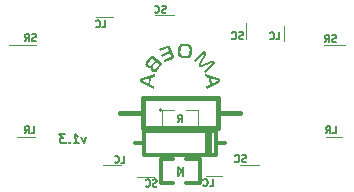
<source format=gbo>
G04 (created by PCBNEW (2013-may-18)-stable) date Sun 22 Nov 2015 10:31:23 PM EST*
%MOIN*%
G04 Gerber Fmt 3.4, Leading zero omitted, Abs format*
%FSLAX34Y34*%
G01*
G70*
G90*
G04 APERTURE LIST*
%ADD10C,0.00590551*%
%ADD11C,0.00393701*%
%ADD12C,0.015*%
%ADD13C,0.012*%
%ADD14C,0.011811*%
%ADD15C,0.00787402*%
%ADD16C,0.0039*%
%ADD17C,0.0001*%
G04 APERTURE END LIST*
G54D10*
G54D11*
X92300Y-42250D02*
X93200Y-42250D01*
X102800Y-42250D02*
X103500Y-42250D01*
X101450Y-42100D02*
X101450Y-41600D01*
G54D10*
X101201Y-42060D02*
X101313Y-42060D01*
X101313Y-41824D01*
X100987Y-42038D02*
X100998Y-42049D01*
X101032Y-42060D01*
X101055Y-42060D01*
X101088Y-42049D01*
X101111Y-42026D01*
X101122Y-42004D01*
X101133Y-41959D01*
X101133Y-41925D01*
X101122Y-41880D01*
X101111Y-41858D01*
X101088Y-41835D01*
X101055Y-41824D01*
X101032Y-41824D01*
X100998Y-41835D01*
X100987Y-41846D01*
G54D11*
X95185Y-41305D02*
X95765Y-41305D01*
X100200Y-42050D02*
X100200Y-41500D01*
G54D10*
X100105Y-42034D02*
X100071Y-42045D01*
X100015Y-42045D01*
X99992Y-42034D01*
X99981Y-42023D01*
X99970Y-42000D01*
X99970Y-41978D01*
X99981Y-41955D01*
X99992Y-41944D01*
X100015Y-41933D01*
X100060Y-41921D01*
X100082Y-41910D01*
X100093Y-41899D01*
X100105Y-41876D01*
X100105Y-41854D01*
X100093Y-41831D01*
X100082Y-41820D01*
X100060Y-41809D01*
X100003Y-41809D01*
X99970Y-41820D01*
X99733Y-42023D02*
X99745Y-42034D01*
X99778Y-42045D01*
X99801Y-42045D01*
X99835Y-42034D01*
X99857Y-42011D01*
X99868Y-41989D01*
X99880Y-41944D01*
X99880Y-41910D01*
X99868Y-41865D01*
X99857Y-41843D01*
X99835Y-41820D01*
X99801Y-41809D01*
X99778Y-41809D01*
X99745Y-41820D01*
X99733Y-41831D01*
G54D11*
X92550Y-45300D02*
X93150Y-45300D01*
G54D10*
X97933Y-44820D02*
X98012Y-44708D01*
X98068Y-44820D02*
X98068Y-44584D01*
X97978Y-44584D01*
X97956Y-44595D01*
X97945Y-44606D01*
X97933Y-44629D01*
X97933Y-44663D01*
X97945Y-44685D01*
X97956Y-44696D01*
X97978Y-44708D01*
X98068Y-44708D01*
G54D11*
X103400Y-45300D02*
X102850Y-45300D01*
X97135Y-46640D02*
X96560Y-46640D01*
X98870Y-46625D02*
X99395Y-46625D01*
G54D10*
X94864Y-45317D02*
X94815Y-45527D01*
X94714Y-45317D01*
X94455Y-45527D02*
X94635Y-45527D01*
X94545Y-45527D02*
X94506Y-45212D01*
X94542Y-45257D01*
X94575Y-45287D01*
X94607Y-45302D01*
X94317Y-45497D02*
X94304Y-45512D01*
X94320Y-45527D01*
X94334Y-45512D01*
X94317Y-45497D01*
X94320Y-45527D01*
X94161Y-45212D02*
X93966Y-45212D01*
X94086Y-45332D01*
X94041Y-45332D01*
X94013Y-45347D01*
X94000Y-45362D01*
X93989Y-45392D01*
X93998Y-45467D01*
X94017Y-45497D01*
X94034Y-45512D01*
X94065Y-45527D01*
X94155Y-45527D01*
X94184Y-45512D01*
X94197Y-45497D01*
G54D11*
X97803Y-41255D02*
X97153Y-41255D01*
X100625Y-46250D02*
X100000Y-46250D01*
X95425Y-46250D02*
X96025Y-46250D01*
G54D10*
X93200Y-42109D02*
X93166Y-42120D01*
X93110Y-42120D01*
X93087Y-42109D01*
X93076Y-42098D01*
X93065Y-42075D01*
X93065Y-42053D01*
X93076Y-42030D01*
X93087Y-42019D01*
X93110Y-42008D01*
X93155Y-41996D01*
X93177Y-41985D01*
X93188Y-41974D01*
X93200Y-41951D01*
X93200Y-41929D01*
X93188Y-41906D01*
X93177Y-41895D01*
X93155Y-41884D01*
X93098Y-41884D01*
X93065Y-41895D01*
X92828Y-42120D02*
X92907Y-42008D01*
X92963Y-42120D02*
X92963Y-41884D01*
X92873Y-41884D01*
X92851Y-41895D01*
X92840Y-41906D01*
X92828Y-41929D01*
X92828Y-41963D01*
X92840Y-41985D01*
X92851Y-41996D01*
X92873Y-42008D01*
X92963Y-42008D01*
X97530Y-41159D02*
X97496Y-41170D01*
X97440Y-41170D01*
X97417Y-41159D01*
X97406Y-41148D01*
X97395Y-41125D01*
X97395Y-41103D01*
X97406Y-41080D01*
X97417Y-41069D01*
X97440Y-41058D01*
X97485Y-41046D01*
X97507Y-41035D01*
X97518Y-41024D01*
X97530Y-41001D01*
X97530Y-40979D01*
X97518Y-40956D01*
X97507Y-40945D01*
X97485Y-40934D01*
X97428Y-40934D01*
X97395Y-40945D01*
X97158Y-41148D02*
X97170Y-41159D01*
X97203Y-41170D01*
X97226Y-41170D01*
X97260Y-41159D01*
X97282Y-41136D01*
X97293Y-41114D01*
X97305Y-41069D01*
X97305Y-41035D01*
X97293Y-40990D01*
X97282Y-40968D01*
X97260Y-40945D01*
X97226Y-40934D01*
X97203Y-40934D01*
X97170Y-40945D01*
X97158Y-40956D01*
X100205Y-46134D02*
X100171Y-46145D01*
X100115Y-46145D01*
X100092Y-46134D01*
X100081Y-46123D01*
X100070Y-46100D01*
X100070Y-46078D01*
X100081Y-46055D01*
X100092Y-46044D01*
X100115Y-46033D01*
X100160Y-46021D01*
X100182Y-46010D01*
X100193Y-45999D01*
X100205Y-45976D01*
X100205Y-45954D01*
X100193Y-45931D01*
X100182Y-45920D01*
X100160Y-45909D01*
X100103Y-45909D01*
X100070Y-45920D01*
X99833Y-46123D02*
X99845Y-46134D01*
X99878Y-46145D01*
X99901Y-46145D01*
X99935Y-46134D01*
X99957Y-46111D01*
X99968Y-46089D01*
X99980Y-46044D01*
X99980Y-46010D01*
X99968Y-45965D01*
X99957Y-45943D01*
X99935Y-45920D01*
X99901Y-45909D01*
X99878Y-45909D01*
X99845Y-45920D01*
X99833Y-45931D01*
X98991Y-46945D02*
X99103Y-46945D01*
X99103Y-46709D01*
X98777Y-46923D02*
X98788Y-46934D01*
X98822Y-46945D01*
X98845Y-46945D01*
X98878Y-46934D01*
X98901Y-46911D01*
X98912Y-46889D01*
X98923Y-46844D01*
X98923Y-46810D01*
X98912Y-46765D01*
X98901Y-46743D01*
X98878Y-46720D01*
X98845Y-46709D01*
X98822Y-46709D01*
X98788Y-46720D01*
X98777Y-46731D01*
X96031Y-46170D02*
X96143Y-46170D01*
X96143Y-45934D01*
X95817Y-46148D02*
X95828Y-46159D01*
X95862Y-46170D01*
X95885Y-46170D01*
X95918Y-46159D01*
X95941Y-46136D01*
X95952Y-46114D01*
X95963Y-46069D01*
X95963Y-46035D01*
X95952Y-45990D01*
X95941Y-45968D01*
X95918Y-45945D01*
X95885Y-45934D01*
X95862Y-45934D01*
X95828Y-45945D01*
X95817Y-45956D01*
X103081Y-45195D02*
X103193Y-45195D01*
X103193Y-44959D01*
X102867Y-45195D02*
X102946Y-45083D01*
X103002Y-45195D02*
X103002Y-44959D01*
X102912Y-44959D01*
X102890Y-44970D01*
X102878Y-44981D01*
X102867Y-45004D01*
X102867Y-45038D01*
X102878Y-45060D01*
X102890Y-45071D01*
X102912Y-45083D01*
X103002Y-45083D01*
X103205Y-42134D02*
X103171Y-42145D01*
X103115Y-42145D01*
X103092Y-42134D01*
X103081Y-42123D01*
X103070Y-42100D01*
X103070Y-42078D01*
X103081Y-42055D01*
X103092Y-42044D01*
X103115Y-42033D01*
X103160Y-42021D01*
X103182Y-42010D01*
X103193Y-41999D01*
X103205Y-41976D01*
X103205Y-41954D01*
X103193Y-41931D01*
X103182Y-41920D01*
X103160Y-41909D01*
X103103Y-41909D01*
X103070Y-41920D01*
X102833Y-42145D02*
X102912Y-42033D01*
X102968Y-42145D02*
X102968Y-41909D01*
X102878Y-41909D01*
X102856Y-41920D01*
X102845Y-41931D01*
X102833Y-41954D01*
X102833Y-41988D01*
X102845Y-42010D01*
X102856Y-42021D01*
X102878Y-42033D01*
X102968Y-42033D01*
X97225Y-46954D02*
X97191Y-46965D01*
X97135Y-46965D01*
X97112Y-46954D01*
X97101Y-46943D01*
X97090Y-46920D01*
X97090Y-46898D01*
X97101Y-46875D01*
X97112Y-46864D01*
X97135Y-46853D01*
X97180Y-46841D01*
X97202Y-46830D01*
X97213Y-46819D01*
X97225Y-46796D01*
X97225Y-46774D01*
X97213Y-46751D01*
X97202Y-46740D01*
X97180Y-46729D01*
X97123Y-46729D01*
X97090Y-46740D01*
X96853Y-46943D02*
X96865Y-46954D01*
X96898Y-46965D01*
X96921Y-46965D01*
X96955Y-46954D01*
X96977Y-46931D01*
X96988Y-46909D01*
X97000Y-46864D01*
X97000Y-46830D01*
X96988Y-46785D01*
X96977Y-46763D01*
X96955Y-46740D01*
X96921Y-46729D01*
X96898Y-46729D01*
X96865Y-46740D01*
X96853Y-46751D01*
X95401Y-41660D02*
X95513Y-41660D01*
X95513Y-41424D01*
X95187Y-41638D02*
X95198Y-41649D01*
X95232Y-41660D01*
X95255Y-41660D01*
X95288Y-41649D01*
X95311Y-41626D01*
X95322Y-41604D01*
X95333Y-41559D01*
X95333Y-41525D01*
X95322Y-41480D01*
X95311Y-41458D01*
X95288Y-41435D01*
X95255Y-41424D01*
X95232Y-41424D01*
X95198Y-41435D01*
X95187Y-41446D01*
X93031Y-45195D02*
X93143Y-45195D01*
X93143Y-44959D01*
X92817Y-45195D02*
X92896Y-45083D01*
X92952Y-45195D02*
X92952Y-44959D01*
X92862Y-44959D01*
X92840Y-44970D01*
X92828Y-44981D01*
X92817Y-45004D01*
X92817Y-45038D01*
X92828Y-45060D01*
X92840Y-45071D01*
X92862Y-45083D01*
X92952Y-45083D01*
G54D12*
X96750Y-45000D02*
X99250Y-45000D01*
X99250Y-45000D02*
X99250Y-44000D01*
X99250Y-44000D02*
X96750Y-44000D01*
X96750Y-44000D02*
X96750Y-45000D01*
X100000Y-44500D02*
X99250Y-44500D01*
X96000Y-44500D02*
X96750Y-44500D01*
G54D13*
X99500Y-45500D02*
X99200Y-45500D01*
X99200Y-45500D02*
X99200Y-45900D01*
X99200Y-45900D02*
X96800Y-45900D01*
X96800Y-45900D02*
X96800Y-45500D01*
X96800Y-45500D02*
X96500Y-45500D01*
X96800Y-45500D02*
X96800Y-45100D01*
X96800Y-45100D02*
X99200Y-45100D01*
X99200Y-45100D02*
X99200Y-45500D01*
X99000Y-45900D02*
X99000Y-45100D01*
X98900Y-45100D02*
X98900Y-45900D01*
G54D14*
X98207Y-46850D02*
X98650Y-46850D01*
X98650Y-46850D02*
X98650Y-46050D01*
X98650Y-46050D02*
X98207Y-46050D01*
X97781Y-46850D02*
X97350Y-46850D01*
X97350Y-46850D02*
X97350Y-46050D01*
X97350Y-46050D02*
X97781Y-46050D01*
G54D15*
X98100Y-46600D02*
X98100Y-46300D01*
X97925Y-46600D02*
X97925Y-46300D01*
X97925Y-46300D02*
X98075Y-46450D01*
X98075Y-46450D02*
X97925Y-46600D01*
G54D16*
X97400Y-44400D02*
G75*
G03X97400Y-44400I-50J0D01*
G74*
G01*
X97800Y-44400D02*
X97400Y-44400D01*
X97400Y-44400D02*
X97400Y-45000D01*
X97400Y-45000D02*
X97800Y-45000D01*
X98200Y-45000D02*
X98600Y-45000D01*
X98600Y-45000D02*
X98600Y-44400D01*
X98600Y-44400D02*
X98200Y-44400D01*
G54D17*
G36*
X98889Y-43715D02*
X99238Y-43445D01*
X99244Y-43442D01*
X99250Y-43439D01*
X99255Y-43435D01*
X99256Y-43430D01*
X99254Y-43426D01*
X99248Y-43423D01*
X99242Y-43420D01*
X99236Y-43418D01*
X99040Y-43359D01*
X99055Y-43537D01*
X99238Y-43445D01*
X98889Y-43715D01*
X98881Y-43622D01*
X98995Y-43565D01*
X98976Y-43341D01*
X98854Y-43304D01*
X98846Y-43211D01*
X99279Y-43351D01*
X99287Y-43354D01*
X99295Y-43358D01*
X99302Y-43361D01*
X99308Y-43365D01*
X99313Y-43369D01*
X99318Y-43373D01*
X99322Y-43378D01*
X99326Y-43383D01*
X99330Y-43390D01*
X99333Y-43397D01*
X99335Y-43405D01*
X99337Y-43414D01*
X99338Y-43423D01*
X99338Y-43432D01*
X99338Y-43440D01*
X99338Y-43447D01*
X99337Y-43454D01*
X99335Y-43461D01*
X99333Y-43467D01*
X99330Y-43472D01*
X99327Y-43477D01*
X99323Y-43482D01*
X99318Y-43486D01*
X99313Y-43491D01*
X99307Y-43495D01*
X99300Y-43500D01*
X99292Y-43504D01*
X98889Y-43715D01*
X98889Y-43715D01*
G37*
G36*
X98791Y-42575D02*
X98793Y-42571D01*
X98795Y-42565D01*
X98796Y-42560D01*
X98795Y-42556D01*
X98790Y-42555D01*
X98785Y-42556D01*
X98779Y-42560D01*
X98511Y-42805D01*
X98452Y-42740D01*
X98757Y-42465D01*
X98764Y-42459D01*
X98771Y-42455D01*
X98778Y-42452D01*
X98785Y-42449D01*
X98792Y-42448D01*
X98799Y-42448D01*
X98806Y-42449D01*
X98813Y-42452D01*
X98820Y-42454D01*
X98827Y-42458D01*
X98834Y-42462D01*
X98840Y-42467D01*
X98847Y-42473D01*
X98853Y-42480D01*
X98858Y-42486D01*
X98863Y-42492D01*
X98868Y-42499D01*
X98871Y-42506D01*
X98874Y-42513D01*
X98876Y-42521D01*
X98877Y-42527D01*
X98877Y-42534D01*
X98877Y-42541D01*
X98876Y-42548D01*
X98875Y-42554D01*
X98873Y-42560D01*
X98870Y-42566D01*
X98867Y-42573D01*
X98863Y-42581D01*
X98713Y-42879D01*
X98710Y-42886D01*
X98708Y-42892D01*
X98708Y-42897D01*
X98709Y-42900D01*
X98712Y-42902D01*
X98717Y-42902D01*
X98723Y-42900D01*
X98730Y-42898D01*
X99042Y-42779D01*
X99048Y-42776D01*
X99054Y-42775D01*
X99060Y-42773D01*
X99066Y-42771D01*
X99074Y-42770D01*
X99083Y-42769D01*
X99091Y-42770D01*
X99097Y-42770D01*
X99103Y-42772D01*
X99110Y-42774D01*
X99116Y-42778D01*
X99121Y-42781D01*
X99126Y-42784D01*
X99131Y-42789D01*
X99136Y-42794D01*
X99142Y-42799D01*
X99145Y-42803D01*
X99148Y-42807D01*
X99153Y-42814D01*
X99156Y-42818D01*
X99159Y-42824D01*
X99162Y-42830D01*
X99164Y-42836D01*
X99166Y-42843D01*
X99167Y-42850D01*
X99167Y-42858D01*
X99166Y-42866D01*
X99164Y-42872D01*
X99162Y-42878D01*
X99158Y-42884D01*
X99153Y-42890D01*
X99147Y-42896D01*
X98842Y-43172D01*
X98783Y-43106D01*
X99054Y-42864D01*
X99059Y-42859D01*
X99061Y-42854D01*
X99059Y-42849D01*
X99056Y-42848D01*
X99050Y-42848D01*
X99045Y-42850D01*
X99040Y-42851D01*
X98729Y-42971D01*
X98722Y-42974D01*
X98715Y-42977D01*
X98708Y-42979D01*
X98701Y-42981D01*
X98694Y-42982D01*
X98686Y-42982D01*
X98679Y-42982D01*
X98672Y-42980D01*
X98665Y-42977D01*
X98660Y-42974D01*
X98654Y-42970D01*
X98649Y-42965D01*
X98643Y-42959D01*
X98638Y-42954D01*
X98634Y-42948D01*
X98631Y-42943D01*
X98629Y-42937D01*
X98626Y-42931D01*
X98625Y-42924D01*
X98625Y-42917D01*
X98625Y-42910D01*
X98627Y-42903D01*
X98629Y-42896D01*
X98632Y-42891D01*
X98634Y-42885D01*
X98637Y-42879D01*
X98640Y-42872D01*
X98791Y-42575D01*
X98791Y-42575D01*
G37*
G36*
X98200Y-42213D02*
X98207Y-42214D01*
X98294Y-42324D01*
X98289Y-42319D01*
X98283Y-42314D01*
X98277Y-42309D01*
X98271Y-42305D01*
X98264Y-42302D01*
X98257Y-42299D01*
X98250Y-42296D01*
X98243Y-42294D01*
X98236Y-42292D01*
X98229Y-42290D01*
X98221Y-42288D01*
X98214Y-42286D01*
X98206Y-42285D01*
X98198Y-42283D01*
X98190Y-42282D01*
X98182Y-42281D01*
X98175Y-42280D01*
X98167Y-42279D01*
X98159Y-42279D01*
X98152Y-42278D01*
X98144Y-42278D01*
X98137Y-42278D01*
X98129Y-42278D01*
X98122Y-42279D01*
X98114Y-42279D01*
X98106Y-42281D01*
X98099Y-42283D01*
X98092Y-42285D01*
X98085Y-42288D01*
X98078Y-42292D01*
X98071Y-42297D01*
X98065Y-42302D01*
X98061Y-42306D01*
X98057Y-42311D01*
X98052Y-42317D01*
X98049Y-42322D01*
X98046Y-42327D01*
X98042Y-42334D01*
X98039Y-42341D01*
X98037Y-42347D01*
X98035Y-42353D01*
X98032Y-42361D01*
X98030Y-42368D01*
X98028Y-42377D01*
X98026Y-42383D01*
X98025Y-42389D01*
X98023Y-42396D01*
X98022Y-42403D01*
X98020Y-42411D01*
X98019Y-42419D01*
X98018Y-42427D01*
X98017Y-42436D01*
X98015Y-42445D01*
X98015Y-42453D01*
X98014Y-42461D01*
X98013Y-42469D01*
X98013Y-42476D01*
X98013Y-42485D01*
X98013Y-42492D01*
X98013Y-42500D01*
X98013Y-42507D01*
X98014Y-42513D01*
X98015Y-42521D01*
X98016Y-42528D01*
X98017Y-42535D01*
X98019Y-42540D01*
X98021Y-42548D01*
X98024Y-42554D01*
X98027Y-42560D01*
X98032Y-42567D01*
X98037Y-42573D01*
X98042Y-42579D01*
X98048Y-42584D01*
X98054Y-42589D01*
X98061Y-42593D01*
X98068Y-42597D01*
X98075Y-42600D01*
X98083Y-42603D01*
X98090Y-42606D01*
X98098Y-42608D01*
X98107Y-42610D01*
X98113Y-42611D01*
X98120Y-42612D01*
X98127Y-42614D01*
X98134Y-42615D01*
X98141Y-42616D01*
X98148Y-42617D01*
X98155Y-42618D01*
X98162Y-42619D01*
X98169Y-42620D01*
X98176Y-42620D01*
X98184Y-42621D01*
X98193Y-42621D01*
X98201Y-42620D01*
X98209Y-42620D01*
X98217Y-42619D01*
X98224Y-42617D01*
X98232Y-42615D01*
X98239Y-42613D01*
X98246Y-42609D01*
X98253Y-42605D01*
X98259Y-42601D01*
X98265Y-42595D01*
X98270Y-42591D01*
X98274Y-42585D01*
X98279Y-42580D01*
X98282Y-42574D01*
X98285Y-42569D01*
X98288Y-42562D01*
X98291Y-42555D01*
X98294Y-42549D01*
X98296Y-42542D01*
X98299Y-42535D01*
X98301Y-42528D01*
X98303Y-42520D01*
X98305Y-42514D01*
X98306Y-42507D01*
X98308Y-42501D01*
X98309Y-42494D01*
X98310Y-42486D01*
X98311Y-42479D01*
X98313Y-42471D01*
X98313Y-42471D01*
X98314Y-42461D01*
X98315Y-42452D01*
X98316Y-42443D01*
X98317Y-42435D01*
X98318Y-42427D01*
X98318Y-42419D01*
X98318Y-42412D01*
X98318Y-42405D01*
X98318Y-42399D01*
X98318Y-42393D01*
X98318Y-42387D01*
X98316Y-42379D01*
X98315Y-42370D01*
X98313Y-42363D01*
X98311Y-42356D01*
X98309Y-42349D01*
X98306Y-42343D01*
X98303Y-42337D01*
X98299Y-42330D01*
X98294Y-42324D01*
X98207Y-42214D01*
X98214Y-42215D01*
X98222Y-42216D01*
X98229Y-42217D01*
X98237Y-42219D01*
X98245Y-42220D01*
X98253Y-42222D01*
X98261Y-42223D01*
X98269Y-42225D01*
X98277Y-42227D01*
X98285Y-42230D01*
X98293Y-42233D01*
X98299Y-42235D01*
X98306Y-42238D01*
X98313Y-42241D01*
X98319Y-42244D01*
X98326Y-42247D01*
X98332Y-42250D01*
X98339Y-42254D01*
X98345Y-42258D01*
X98350Y-42262D01*
X98356Y-42267D01*
X98362Y-42272D01*
X98367Y-42277D01*
X98372Y-42283D01*
X98377Y-42289D01*
X98381Y-42295D01*
X98385Y-42301D01*
X98389Y-42307D01*
X98392Y-42314D01*
X98395Y-42320D01*
X98398Y-42327D01*
X98400Y-42334D01*
X98402Y-42341D01*
X98404Y-42348D01*
X98405Y-42355D01*
X98407Y-42362D01*
X98408Y-42369D01*
X98408Y-42377D01*
X98409Y-42384D01*
X98409Y-42391D01*
X98410Y-42398D01*
X98410Y-42406D01*
X98410Y-42413D01*
X98409Y-42420D01*
X98409Y-42428D01*
X98408Y-42435D01*
X98407Y-42443D01*
X98406Y-42452D01*
X98406Y-42460D01*
X98404Y-42468D01*
X98403Y-42476D01*
X98402Y-42484D01*
X98401Y-42491D01*
X98400Y-42498D01*
X98399Y-42505D01*
X98398Y-42512D01*
X98396Y-42520D01*
X98395Y-42528D01*
X98394Y-42535D01*
X98392Y-42542D01*
X98390Y-42549D01*
X98388Y-42556D01*
X98386Y-42563D01*
X98384Y-42570D01*
X98382Y-42577D01*
X98379Y-42584D01*
X98376Y-42591D01*
X98373Y-42598D01*
X98370Y-42605D01*
X98366Y-42611D01*
X98363Y-42618D01*
X98359Y-42624D01*
X98354Y-42631D01*
X98349Y-42637D01*
X98344Y-42643D01*
X98339Y-42648D01*
X98333Y-42654D01*
X98327Y-42659D01*
X98321Y-42663D01*
X98315Y-42668D01*
X98308Y-42672D01*
X98302Y-42675D01*
X98295Y-42678D01*
X98289Y-42681D01*
X98282Y-42683D01*
X98275Y-42685D01*
X98268Y-42687D01*
X98260Y-42689D01*
X98253Y-42690D01*
X98246Y-42691D01*
X98239Y-42692D01*
X98232Y-42692D01*
X98224Y-42693D01*
X98216Y-42693D01*
X98208Y-42693D01*
X98199Y-42693D01*
X98191Y-42692D01*
X98183Y-42692D01*
X98175Y-42691D01*
X98167Y-42690D01*
X98159Y-42689D01*
X98151Y-42688D01*
X98144Y-42687D01*
X98137Y-42686D01*
X98130Y-42685D01*
X98123Y-42684D01*
X98116Y-42683D01*
X98109Y-42682D01*
X98102Y-42680D01*
X98094Y-42679D01*
X98086Y-42678D01*
X98078Y-42676D01*
X98070Y-42674D01*
X98062Y-42672D01*
X98054Y-42670D01*
X98046Y-42668D01*
X98038Y-42665D01*
X98031Y-42663D01*
X98024Y-42660D01*
X98017Y-42657D01*
X98011Y-42654D01*
X98004Y-42651D01*
X97998Y-42647D01*
X97992Y-42644D01*
X97986Y-42640D01*
X97980Y-42635D01*
X97974Y-42631D01*
X97968Y-42626D01*
X97963Y-42620D01*
X97958Y-42615D01*
X97953Y-42609D01*
X97949Y-42603D01*
X97945Y-42597D01*
X97942Y-42591D01*
X97938Y-42585D01*
X97935Y-42578D01*
X97933Y-42571D01*
X97931Y-42564D01*
X97929Y-42557D01*
X97927Y-42550D01*
X97926Y-42543D01*
X97924Y-42536D01*
X97923Y-42529D01*
X97923Y-42521D01*
X97922Y-42514D01*
X97922Y-42507D01*
X97921Y-42499D01*
X97921Y-42492D01*
X97922Y-42485D01*
X97922Y-42477D01*
X97922Y-42470D01*
X97923Y-42463D01*
X97924Y-42454D01*
X97924Y-42446D01*
X97925Y-42438D01*
X97926Y-42430D01*
X97927Y-42422D01*
X97928Y-42414D01*
X97929Y-42406D01*
X97931Y-42399D01*
X97932Y-42391D01*
X97933Y-42383D01*
X97935Y-42374D01*
X97937Y-42366D01*
X97938Y-42359D01*
X97940Y-42351D01*
X97942Y-42344D01*
X97944Y-42337D01*
X97946Y-42330D01*
X97949Y-42323D01*
X97951Y-42316D01*
X97954Y-42309D01*
X97957Y-42302D01*
X97960Y-42296D01*
X97963Y-42289D01*
X97967Y-42283D01*
X97970Y-42277D01*
X97974Y-42270D01*
X97978Y-42264D01*
X97983Y-42259D01*
X97987Y-42253D01*
X97992Y-42248D01*
X97997Y-42243D01*
X98003Y-42239D01*
X98009Y-42234D01*
X98015Y-42230D01*
X98021Y-42226D01*
X98028Y-42223D01*
X98035Y-42219D01*
X98042Y-42217D01*
X98049Y-42214D01*
X98056Y-42212D01*
X98063Y-42211D01*
X98070Y-42209D01*
X98077Y-42208D01*
X98084Y-42207D01*
X98091Y-42206D01*
X98099Y-42205D01*
X98106Y-42205D01*
X98114Y-42205D01*
X98123Y-42205D01*
X98131Y-42205D01*
X98139Y-42205D01*
X98147Y-42206D01*
X98156Y-42207D01*
X98163Y-42208D01*
X98171Y-42209D01*
X98179Y-42210D01*
X98186Y-42211D01*
X98193Y-42212D01*
X98200Y-42213D01*
X98200Y-42213D01*
X98200Y-42213D01*
G37*
G36*
X97478Y-42821D02*
X97450Y-42757D01*
X97678Y-42657D01*
X97684Y-42655D01*
X97690Y-42652D01*
X97695Y-42649D01*
X97700Y-42645D01*
X97703Y-42640D01*
X97705Y-42634D01*
X97705Y-42628D01*
X97702Y-42621D01*
X97659Y-42520D01*
X97405Y-42631D01*
X97377Y-42567D01*
X97631Y-42456D01*
X97593Y-42370D01*
X97591Y-42365D01*
X97588Y-42360D01*
X97583Y-42356D01*
X97577Y-42352D01*
X97571Y-42351D01*
X97565Y-42352D01*
X97558Y-42354D01*
X97553Y-42356D01*
X97322Y-42457D01*
X97294Y-42392D01*
X97568Y-42273D01*
X97574Y-42270D01*
X97581Y-42268D01*
X97588Y-42266D01*
X97596Y-42263D01*
X97603Y-42262D01*
X97611Y-42262D01*
X97619Y-42264D01*
X97626Y-42267D01*
X97632Y-42270D01*
X97636Y-42273D01*
X97641Y-42277D01*
X97646Y-42282D01*
X97650Y-42287D01*
X97654Y-42293D01*
X97658Y-42299D01*
X97661Y-42305D01*
X97793Y-42608D01*
X97795Y-42614D01*
X97798Y-42621D01*
X97800Y-42628D01*
X97802Y-42635D01*
X97803Y-42643D01*
X97803Y-42650D01*
X97801Y-42658D01*
X97799Y-42665D01*
X97795Y-42672D01*
X97792Y-42678D01*
X97787Y-42683D01*
X97781Y-42687D01*
X97775Y-42690D01*
X97769Y-42694D01*
X97763Y-42697D01*
X97756Y-42700D01*
X97478Y-42821D01*
X97478Y-42821D01*
X97478Y-42821D01*
G37*
G36*
X97009Y-42639D02*
X97073Y-42715D01*
X97069Y-42712D01*
X97064Y-42710D01*
X97059Y-42708D01*
X97053Y-42708D01*
X97047Y-42709D01*
X97043Y-42712D01*
X97040Y-42716D01*
X97036Y-42721D01*
X96951Y-42837D01*
X96947Y-42843D01*
X96943Y-42849D01*
X96939Y-42856D01*
X96936Y-42863D01*
X96935Y-42870D01*
X96935Y-42879D01*
X96937Y-42886D01*
X96940Y-42893D01*
X96944Y-42899D01*
X96949Y-42905D01*
X96955Y-42911D01*
X96961Y-42917D01*
X96967Y-42921D01*
X96974Y-42926D01*
X96981Y-42930D01*
X96987Y-42934D01*
X96992Y-42936D01*
X96997Y-42938D01*
X97005Y-42940D01*
X97011Y-42941D01*
X97018Y-42940D01*
X97025Y-42938D01*
X97031Y-42935D01*
X97036Y-42932D01*
X97040Y-42927D01*
X97044Y-42922D01*
X97049Y-42917D01*
X97053Y-42912D01*
X97153Y-42774D01*
X97073Y-42715D01*
X97073Y-42715D01*
X97009Y-42639D01*
X97210Y-42815D01*
X97104Y-42960D01*
X97100Y-42966D01*
X97096Y-42973D01*
X97094Y-42979D01*
X97092Y-42984D01*
X97091Y-42990D01*
X97091Y-42998D01*
X97091Y-43004D01*
X97092Y-43009D01*
X97094Y-43014D01*
X97097Y-43020D01*
X97101Y-43025D01*
X97106Y-43029D01*
X97113Y-43036D01*
X97119Y-43041D01*
X97124Y-43045D01*
X97131Y-43050D01*
X97138Y-43054D01*
X97146Y-43058D01*
X97152Y-43060D01*
X97158Y-43062D01*
X97164Y-43063D01*
X97170Y-43063D01*
X97177Y-43062D01*
X97184Y-43060D01*
X97191Y-43056D01*
X97196Y-43052D01*
X97201Y-43046D01*
X97206Y-43041D01*
X97210Y-43036D01*
X97213Y-43032D01*
X97295Y-42920D01*
X97299Y-42915D01*
X97303Y-42908D01*
X97306Y-42900D01*
X97306Y-42893D01*
X97304Y-42888D01*
X97301Y-42884D01*
X97298Y-42880D01*
X97293Y-42876D01*
X97287Y-42872D01*
X97210Y-42815D01*
X97210Y-42815D01*
X97009Y-42639D01*
X97013Y-42634D01*
X97017Y-42630D01*
X97022Y-42625D01*
X97027Y-42620D01*
X97033Y-42616D01*
X97039Y-42614D01*
X97046Y-42612D01*
X97054Y-42610D01*
X97060Y-42611D01*
X97066Y-42611D01*
X97072Y-42613D01*
X97079Y-42614D01*
X97085Y-42617D01*
X97091Y-42620D01*
X97096Y-42623D01*
X97102Y-42627D01*
X97371Y-42824D01*
X97378Y-42830D01*
X97384Y-42836D01*
X97389Y-42842D01*
X97393Y-42848D01*
X97396Y-42855D01*
X97398Y-42861D01*
X97399Y-42865D01*
X97401Y-42873D01*
X97401Y-42880D01*
X97400Y-42887D01*
X97398Y-42893D01*
X97396Y-42899D01*
X97392Y-42905D01*
X97389Y-42910D01*
X97385Y-42916D01*
X97381Y-42921D01*
X97377Y-42927D01*
X97245Y-43107D01*
X97241Y-43113D01*
X97237Y-43119D01*
X97232Y-43124D01*
X97227Y-43130D01*
X97222Y-43135D01*
X97217Y-43140D01*
X97211Y-43144D01*
X97204Y-43148D01*
X97197Y-43152D01*
X97191Y-43154D01*
X97185Y-43156D01*
X97178Y-43157D01*
X97170Y-43158D01*
X97162Y-43159D01*
X97154Y-43159D01*
X97146Y-43158D01*
X97138Y-43156D01*
X97131Y-43154D01*
X97124Y-43152D01*
X97117Y-43148D01*
X97110Y-43144D01*
X97103Y-43140D01*
X97095Y-43135D01*
X97089Y-43131D01*
X97082Y-43126D01*
X97076Y-43122D01*
X97070Y-43118D01*
X97065Y-43114D01*
X97059Y-43109D01*
X97054Y-43105D01*
X97048Y-43100D01*
X97043Y-43095D01*
X97038Y-43089D01*
X97034Y-43083D01*
X97030Y-43077D01*
X97026Y-43070D01*
X97024Y-43063D01*
X97021Y-43055D01*
X97020Y-43049D01*
X97020Y-43042D01*
X97021Y-43035D01*
X97021Y-43028D01*
X97023Y-43020D01*
X97025Y-43013D01*
X97028Y-43006D01*
X97032Y-42999D01*
X97030Y-42997D01*
X97024Y-43003D01*
X97017Y-43008D01*
X97010Y-43012D01*
X97005Y-43015D01*
X96999Y-43017D01*
X96992Y-43018D01*
X96984Y-43019D01*
X96976Y-43019D01*
X96969Y-43018D01*
X96962Y-43018D01*
X96955Y-43016D01*
X96949Y-43014D01*
X96943Y-43012D01*
X96936Y-43008D01*
X96929Y-43004D01*
X96923Y-43000D01*
X96916Y-42996D01*
X96910Y-42992D01*
X96904Y-42987D01*
X96897Y-42982D01*
X96891Y-42976D01*
X96886Y-42972D01*
X96881Y-42967D01*
X96876Y-42962D01*
X96872Y-42957D01*
X96867Y-42952D01*
X96863Y-42946D01*
X96859Y-42941D01*
X96856Y-42935D01*
X96853Y-42929D01*
X96850Y-42922D01*
X96848Y-42916D01*
X96847Y-42909D01*
X96846Y-42902D01*
X96846Y-42896D01*
X96846Y-42890D01*
X96847Y-42884D01*
X96848Y-42876D01*
X96850Y-42868D01*
X96853Y-42861D01*
X96855Y-42854D01*
X96859Y-42847D01*
X96863Y-42840D01*
X96867Y-42835D01*
X96870Y-42829D01*
X96874Y-42824D01*
X97009Y-42639D01*
X97009Y-42639D01*
X97009Y-42639D01*
G37*
G36*
X97163Y-43211D02*
X96773Y-43418D01*
X96767Y-43420D01*
X96761Y-43422D01*
X96755Y-43426D01*
X96753Y-43430D01*
X96754Y-43434D01*
X96759Y-43438D01*
X96765Y-43442D01*
X96771Y-43445D01*
X96954Y-43537D01*
X96969Y-43358D01*
X96773Y-43418D01*
X96773Y-43418D01*
X97163Y-43211D01*
X97155Y-43304D01*
X97033Y-43341D01*
X97014Y-43565D01*
X97128Y-43622D01*
X97120Y-43715D01*
X96717Y-43504D01*
X96709Y-43499D01*
X96702Y-43495D01*
X96696Y-43490D01*
X96691Y-43485D01*
X96686Y-43480D01*
X96682Y-43475D01*
X96679Y-43470D01*
X96676Y-43464D01*
X96673Y-43457D01*
X96672Y-43450D01*
X96671Y-43441D01*
X96671Y-43432D01*
X96671Y-43423D01*
X96672Y-43414D01*
X96673Y-43406D01*
X96675Y-43399D01*
X96678Y-43392D01*
X96680Y-43386D01*
X96683Y-43381D01*
X96687Y-43376D01*
X96691Y-43372D01*
X96696Y-43368D01*
X96701Y-43364D01*
X96707Y-43360D01*
X96714Y-43357D01*
X96722Y-43354D01*
X96730Y-43351D01*
X97163Y-43211D01*
X97163Y-43211D01*
X97163Y-43211D01*
G37*
M02*

</source>
